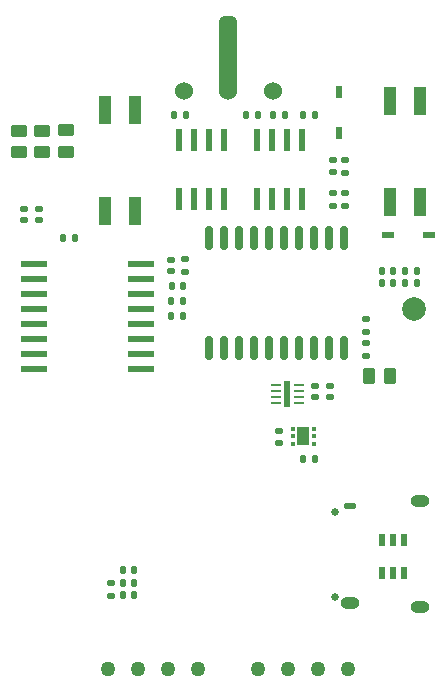
<source format=gbr>
%TF.GenerationSoftware,KiCad,Pcbnew,7.0.5*%
%TF.CreationDate,2023-06-26T09:37:40-04:00*%
%TF.ProjectId,ESP32Sensor-Sensor_board,45535033-3253-4656-9e73-6f722d53656e,rev?*%
%TF.SameCoordinates,Original*%
%TF.FileFunction,Soldermask,Bot*%
%TF.FilePolarity,Negative*%
%FSLAX46Y46*%
G04 Gerber Fmt 4.6, Leading zero omitted, Abs format (unit mm)*
G04 Created by KiCad (PCBNEW 7.0.5) date 2023-06-26 09:37:40*
%MOMM*%
%LPD*%
G01*
G04 APERTURE LIST*
G04 Aperture macros list*
%AMRoundRect*
0 Rectangle with rounded corners*
0 $1 Rounding radius*
0 $2 $3 $4 $5 $6 $7 $8 $9 X,Y pos of 4 corners*
0 Add a 4 corners polygon primitive as box body*
4,1,4,$2,$3,$4,$5,$6,$7,$8,$9,$2,$3,0*
0 Add four circle primitives for the rounded corners*
1,1,$1+$1,$2,$3*
1,1,$1+$1,$4,$5*
1,1,$1+$1,$6,$7*
1,1,$1+$1,$8,$9*
0 Add four rect primitives between the rounded corners*
20,1,$1+$1,$2,$3,$4,$5,0*
20,1,$1+$1,$4,$5,$6,$7,0*
20,1,$1+$1,$6,$7,$8,$9,0*
20,1,$1+$1,$8,$9,$2,$3,0*%
G04 Aperture macros list end*
%ADD10C,0.650000*%
%ADD11O,1.100000X0.500000*%
%ADD12O,1.600000X1.000000*%
%ADD13C,1.270000*%
%ADD14C,2.000000*%
%ADD15C,1.524000*%
%ADD16RoundRect,0.381000X-0.381000X-2.794000X0.381000X-2.794000X0.381000X2.794000X-0.381000X2.794000X0*%
%ADD17RoundRect,0.147500X-0.172500X0.147500X-0.172500X-0.147500X0.172500X-0.147500X0.172500X0.147500X0*%
%ADD18R,1.130000X2.440000*%
%ADD19RoundRect,0.135000X-0.185000X0.135000X-0.185000X-0.135000X0.185000X-0.135000X0.185000X0.135000X0*%
%ADD20RoundRect,0.135000X0.135000X0.185000X-0.135000X0.185000X-0.135000X-0.185000X0.135000X-0.185000X0*%
%ADD21RoundRect,0.140000X0.140000X0.170000X-0.140000X0.170000X-0.140000X-0.170000X0.140000X-0.170000X0*%
%ADD22RoundRect,0.147500X-0.147500X-0.172500X0.147500X-0.172500X0.147500X0.172500X-0.147500X0.172500X0*%
%ADD23RoundRect,0.140000X-0.170000X0.140000X-0.170000X-0.140000X0.170000X-0.140000X0.170000X0.140000X0*%
%ADD24R,0.600800X1.111200*%
%ADD25R,0.558800X1.981200*%
%ADD26RoundRect,0.135000X0.185000X-0.135000X0.185000X0.135000X-0.185000X0.135000X-0.185000X-0.135000X0*%
%ADD27RoundRect,0.093750X-0.093750X-0.106250X0.093750X-0.106250X0.093750X0.106250X-0.093750X0.106250X0*%
%ADD28R,1.000000X1.600000*%
%ADD29RoundRect,0.135000X-0.135000X-0.185000X0.135000X-0.185000X0.135000X0.185000X-0.135000X0.185000X0*%
%ADD30R,0.558800X1.066800*%
%ADD31RoundRect,0.250000X-0.450000X0.262500X-0.450000X-0.262500X0.450000X-0.262500X0.450000X0.262500X0*%
%ADD32R,1.111200X0.600800*%
%ADD33RoundRect,0.147500X0.147500X0.172500X-0.147500X0.172500X-0.147500X-0.172500X0.147500X-0.172500X0*%
%ADD34RoundRect,0.140000X0.170000X-0.140000X0.170000X0.140000X-0.170000X0.140000X-0.170000X-0.140000X0*%
%ADD35RoundRect,0.250000X0.262500X0.450000X-0.262500X0.450000X-0.262500X-0.450000X0.262500X-0.450000X0*%
%ADD36RoundRect,0.140000X-0.140000X-0.170000X0.140000X-0.170000X0.140000X0.170000X-0.140000X0.170000X0*%
%ADD37RoundRect,0.150000X-0.150000X0.875000X-0.150000X-0.875000X0.150000X-0.875000X0.150000X0.875000X0*%
%ADD38R,0.804800X0.249200*%
%ADD39R,0.610000X2.200000*%
%ADD40RoundRect,0.250000X0.450000X-0.262500X0.450000X0.262500X-0.450000X0.262500X-0.450000X-0.262500X0*%
%ADD41R,2.311400X0.558800*%
G04 APERTURE END LIST*
D10*
%TO.C,J2*%
X9056000Y-51688000D03*
X9056000Y-44488000D03*
D11*
X10306000Y-43958000D03*
D12*
X10306000Y-52218000D03*
X16256000Y-52578000D03*
X16256000Y-43598000D03*
%TD*%
D13*
%TO.C,J5*%
X-10160000Y-57785000D03*
X-7620000Y-57785000D03*
X-5080000Y-57785000D03*
X-2540000Y-57785000D03*
%TD*%
D14*
%TO.C,J1*%
X15738000Y-27278000D03*
%TD*%
D15*
%TO.C,PD1*%
X3810000Y-8890000D03*
X-3746500Y-8890000D03*
D16*
X0Y-5715000D03*
D15*
X0Y-8890000D03*
%TD*%
D13*
%TO.C,J6*%
X2540000Y-57785000D03*
X5080000Y-57785000D03*
X7620000Y-57785000D03*
X10160000Y-57785000D03*
%TD*%
D17*
%TO.C,FB1*%
X-17272000Y-18819000D03*
X-17272000Y-19789000D03*
%TD*%
D18*
%TO.C,S3*%
X16256000Y-18270000D03*
X16256000Y-9670000D03*
X13716000Y-18270000D03*
X13716000Y-9670000D03*
%TD*%
D19*
%TO.C,R10*%
X11684000Y-30226000D03*
X11684000Y-31246000D03*
%TD*%
D20*
%TO.C,R8*%
X4828000Y-10922000D03*
X3808000Y-10922000D03*
%TD*%
D21*
%TO.C,C17*%
X-7930000Y-50546000D03*
X-8890000Y-50546000D03*
%TD*%
D22*
%TO.C,FB3*%
X-4549000Y-10922000D03*
X-3579000Y-10922000D03*
%TD*%
D23*
%TO.C,C8*%
X7366000Y-33810000D03*
X7366000Y-34770000D03*
%TD*%
D24*
%TO.C,CR1*%
X9398000Y-12393000D03*
X9398000Y-8943000D03*
%TD*%
D18*
%TO.C,S2*%
X-10414000Y-10432000D03*
X-10414000Y-19032000D03*
X-7874000Y-10432000D03*
X-7874000Y-19032000D03*
%TD*%
D25*
%TO.C,U7*%
X-4191000Y-13030200D03*
X-2921000Y-13030200D03*
X-1651000Y-13030200D03*
X-381000Y-13030200D03*
X-381000Y-17957800D03*
X-1651000Y-17957800D03*
X-2921000Y-17957800D03*
X-4191000Y-17957800D03*
%TD*%
D19*
%TO.C,R11*%
X9906000Y-17524000D03*
X9906000Y-18544000D03*
%TD*%
%TO.C,R12*%
X8890000Y-17524000D03*
X8890000Y-18544000D03*
%TD*%
D26*
%TO.C,R18*%
X8890000Y-15748000D03*
X8890000Y-14728000D03*
%TD*%
D20*
%TO.C,R13*%
X16032000Y-24130000D03*
X15012000Y-24130000D03*
%TD*%
D25*
%TO.C,U9*%
X2413000Y-13030200D03*
X3683000Y-13030200D03*
X4953000Y-13030200D03*
X6223000Y-13030200D03*
X6223000Y-17957800D03*
X4953000Y-17957800D03*
X3683000Y-17957800D03*
X2413000Y-17957800D03*
%TD*%
D20*
%TO.C,R14*%
X16032000Y-25146000D03*
X15012000Y-25146000D03*
%TD*%
D27*
%TO.C,U12*%
X5462500Y-38750000D03*
X5462500Y-38100000D03*
X5462500Y-37450000D03*
X7237500Y-37450000D03*
X7237500Y-38100000D03*
X7237500Y-38750000D03*
D28*
X6350000Y-38100000D03*
%TD*%
D29*
%TO.C,R15*%
X-4826000Y-26670000D03*
X-3806000Y-26670000D03*
%TD*%
D30*
%TO.C,CR3*%
X13030200Y-46837600D03*
X13970000Y-46837600D03*
X14909800Y-46837600D03*
X14909800Y-49682400D03*
X13970000Y-49682400D03*
X13030200Y-49682400D03*
%TD*%
D31*
%TO.C,R5*%
X-15755548Y-12218720D03*
X-15755548Y-14043720D03*
%TD*%
D32*
%TO.C,CR2*%
X13515000Y-21082000D03*
X16965000Y-21082000D03*
%TD*%
D33*
%TO.C,FB4*%
X7343000Y-10922000D03*
X6373000Y-10922000D03*
%TD*%
D21*
%TO.C,C18*%
X-7958000Y-51562000D03*
X-8918000Y-51562000D03*
%TD*%
D34*
%TO.C,C14*%
X4318000Y-38622000D03*
X4318000Y-37662000D03*
%TD*%
D21*
%TO.C,C6*%
X13970000Y-24130000D03*
X13010000Y-24130000D03*
%TD*%
D35*
%TO.C,R17*%
X13716000Y-33020000D03*
X11891000Y-33020000D03*
%TD*%
D31*
%TO.C,R4*%
X-17716053Y-12207644D03*
X-17716053Y-14032644D03*
%TD*%
D17*
%TO.C,FB2*%
X-16002000Y-18842000D03*
X-16002000Y-19812000D03*
%TD*%
D36*
%TO.C,C12*%
X-4768000Y-25400000D03*
X-3808000Y-25400000D03*
%TD*%
D26*
%TO.C,R19*%
X9906000Y-15750000D03*
X9906000Y-14730000D03*
%TD*%
D37*
%TO.C,U8*%
X-1651000Y-21336000D03*
X-381000Y-21336000D03*
X889000Y-21336000D03*
X2159000Y-21336000D03*
X3429000Y-21336000D03*
X4699000Y-21336000D03*
X5969000Y-21336000D03*
X7239000Y-21336000D03*
X8509000Y-21336000D03*
X9779000Y-21336000D03*
X9779000Y-30636000D03*
X8509000Y-30636000D03*
X7239000Y-30636000D03*
X5969000Y-30636000D03*
X4699000Y-30636000D03*
X3429000Y-30636000D03*
X2159000Y-30636000D03*
X889000Y-30636000D03*
X-381000Y-30636000D03*
X-1651000Y-30636000D03*
%TD*%
D19*
%TO.C,R20*%
X-9934000Y-50544000D03*
X-9934000Y-51564000D03*
%TD*%
D38*
%TO.C,U10*%
X5968802Y-33782000D03*
X5968802Y-34282001D03*
X5968802Y-34782001D03*
X5968802Y-35282002D03*
X4064000Y-35282002D03*
X4064000Y-34782001D03*
X4064000Y-34282001D03*
X4064000Y-33782000D03*
D39*
X5016401Y-34532001D03*
%TD*%
D19*
%TO.C,R9*%
X11684000Y-28194000D03*
X11684000Y-29214000D03*
%TD*%
D21*
%TO.C,C10*%
X-3836000Y-27940000D03*
X-4796000Y-27940000D03*
%TD*%
D36*
%TO.C,C11*%
X-13942000Y-21336000D03*
X-12982000Y-21336000D03*
%TD*%
D21*
%TO.C,C13*%
X7338000Y-39986000D03*
X6378000Y-39986000D03*
%TD*%
D29*
%TO.C,R7*%
X1522000Y-10922000D03*
X2542000Y-10922000D03*
%TD*%
D40*
%TO.C,R6*%
X-13716000Y-14017000D03*
X-13716000Y-12192000D03*
%TD*%
D41*
%TO.C,U11*%
X-16459200Y-32385000D03*
X-16459200Y-31115000D03*
X-16459200Y-29845000D03*
X-16459200Y-28575000D03*
X-16459200Y-27305000D03*
X-16459200Y-26035000D03*
X-16459200Y-24765000D03*
X-16459200Y-23495000D03*
X-7416800Y-23495000D03*
X-7416800Y-24765000D03*
X-7416800Y-26035000D03*
X-7416800Y-27305000D03*
X-7416800Y-28575000D03*
X-7416800Y-29845000D03*
X-7416800Y-31115000D03*
X-7416800Y-32385000D03*
%TD*%
D34*
%TO.C,C15*%
X-4824000Y-24102000D03*
X-4824000Y-23142000D03*
%TD*%
D21*
%TO.C,C16*%
X-7958000Y-49400000D03*
X-8918000Y-49400000D03*
%TD*%
D23*
%TO.C,C9*%
X8636000Y-33810000D03*
X8636000Y-34770000D03*
%TD*%
D19*
%TO.C,R16*%
X-3683000Y-23112000D03*
X-3683000Y-24132000D03*
%TD*%
D21*
%TO.C,C7*%
X13970000Y-25146000D03*
X13010000Y-25146000D03*
%TD*%
M02*

</source>
